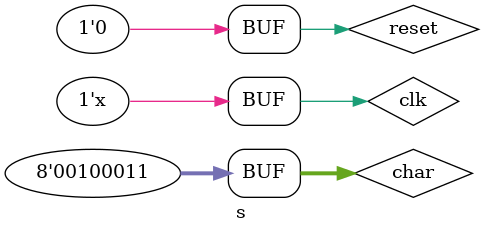
<source format=v>
`timescale 1ns / 1ps


module s;

	// Inputs
	reg clk;
	reg reset;
	reg [7:0] char;

	// Outputs
	wire [1:0] format_type;

	// Instantiate the Unit Under Test (UUT)
	cpu_checker uut (
		.clk(clk), 
		.reset(reset), 
		.char(char), 
		.format_type(format_type)
	);

	initial begin
	clk = 1;
	reset = 0;
	char = 0;
	#10;
	char = "^";
	#10;
	char = "1";
	#10;
	char = "@";
	#10;
	char = "0";
	#10;
	char = "0";
	#10;
	char = "0";
	#10;
	char = "0";
	#10;
	char = "3";
	#10;
	char = "1";
	#10;
	char = "f";
	#10;
	char = "c";
	#10;
	char = ":";
	#10;
	char = " ";
	#10;
	char = " ";
	#10;
/*	char = " ";
	#10;*/
	char = "$";
	#10;
	char = "0";
	#10;
	char = "2";
	#10;
	char = "8";
	#10;
	char = " ";
	#10;
	/*char = "0";
	#10;*/
	
	char = "<";
	#10;
	char = "=";
	#10;
	char = " ";
	#10;
	char = " ";
	#10;
	char = "8";
	#10;
	char = "9";
	#10;
	char = "a";
	#10;
	char = "b";
	#10;
	char = "c";
	#10;
	char = "d";
	#10;
	char = "e";
	#10;
	char = "f";
	#10;
	char = "#";
	#10;
	char = "^";
	#10;
	char = "2";
	#10;
	char = "@";
	#10;
	char = "0";
	#10;
	char = "0";
	#10;
	char = "0";
	#10;
	char = "0";
	#10;
	char = "3";
	#10;
	char = "1";
	#10;
	char = "f";
	#10;
	char = "c";
	#10;
	char = ":";
	#10;
	char = " ";
	#10;
	char = "$";
	#10;
	char = "0";
	#10;
	char = "<";
	#10;
	char = "=";
	#10;
	char = "8";
	#10;
	char = "9";
	#10;
	char = "a";
	#10;
	char = "b";
	#10;
	char = "c";
	#10;
	char = "d";
	#10;
	char = "e";
	#10;
	char = "f";
	#10;
	char = "#";
	end
   always #5 clk = ~clk;
endmodule


</source>
